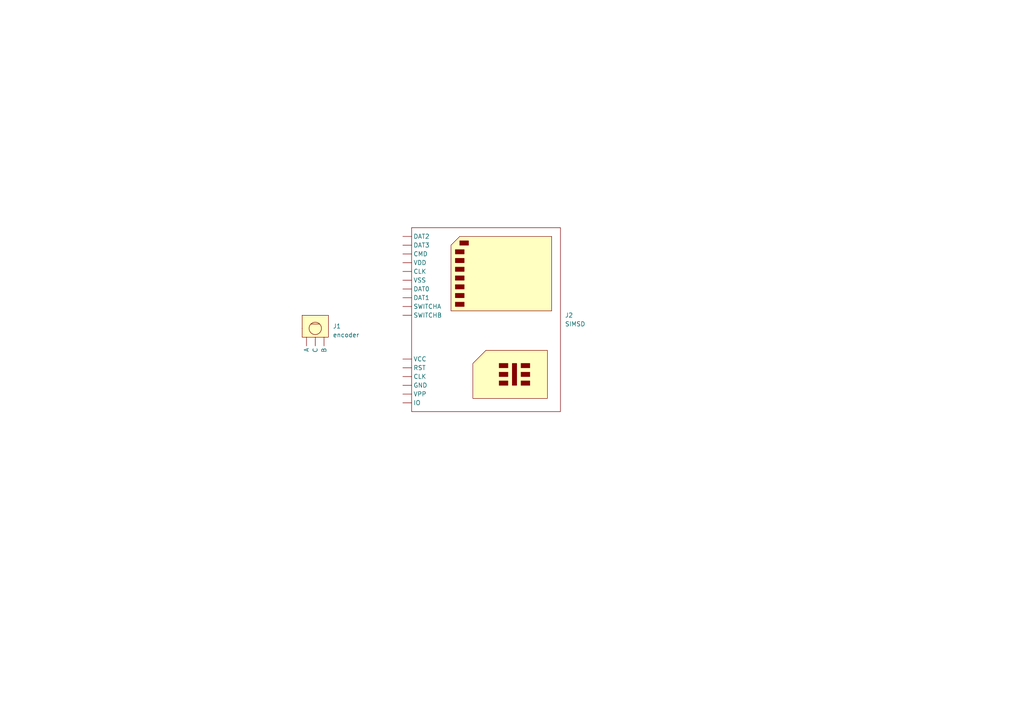
<source format=kicad_sch>
(kicad_sch (version 20250114) (generator "eeschema") (generator_version "9.0")
  (paper "A4")
  (lib_symbols
    (symbol "parts_b1_vohnouta24:SIMSD" (pin_numbers (hide yes))
      (property "Reference" "J" (at 17.78 7.62 0))
      (property "Value" "SIMSD" (at 19.05 5.08 0))
      (symbol "SIMSD_1_1"
        (rectangle (start -27.94 39.37) (end 15.24 -13.97))
        (rectangle (start -15.24 33.02) (end -12.7 31.75) (fill (type outline)))
        (rectangle (start -15.24 30.48) (end -12.7 29.21) (fill (type outline)))
        (rectangle (start -15.24 27.94) (end -12.7 26.67) (fill (type outline)))
        (rectangle (start -15.24 25.4) (end -12.7 24.13) (fill (type outline)))
        (rectangle (start -15.24 22.86) (end -12.7 21.59) (fill (type outline)))
        (rectangle (start -15.24 20.32) (end -12.7 19.05) (fill (type outline)))
        (rectangle (start -15.24 17.78) (end -12.7 16.51) (fill (type outline)))
        (rectangle (start -13.97 35.56) (end -11.43 34.29) (fill (type outline)))
        (rectangle (start -2.54 0) (end 0 -1.27) (fill (type outline)))
        (rectangle (start -2.54 -2.54) (end 0 -3.81) (fill (type outline)))
        (rectangle (start -2.54 -5.08) (end 0 -6.35) (fill (type outline)))
        (rectangle (start 1.27 0) (end 2.54 -6.35) (fill (type outline)))
        (rectangle (start 3.81 0) (end 6.35 -1.27) (fill (type outline)))
        (rectangle (start 3.81 -2.54) (end 6.35 -3.81) (fill (type outline)))
        (rectangle (start 3.81 -5.08) (end 6.35 -6.35) (fill (type outline)))
        (polyline (pts (xy 10.16 3.81) (xy -6.35 3.81) (xy -10.16 0) (xy -10.16 -10.16) (xy 11.43 -10.16) (xy 11.43 3.81) (xy 10.16 3.81)) (fill (type background)))
        (polyline (pts (xy 12.7 36.83) (xy -13.97 36.83) (xy -16.51 34.29) (xy -16.51 15.24) (xy 12.7 15.24) (xy 12.7 36.83)) (fill (type background)))
        (pin bidirectional line (at -30.48 36.83 0) (length 2.54) (name "DAT2") (number "1"))
        (pin bidirectional line (at -30.48 34.29 0) (length 2.54) (name "DAT3") (number "2"))
        (pin bidirectional line (at -30.48 31.75 0) (length 2.54) (name "CMD") (number "3"))
        (pin power_in line (at -30.48 29.21 0) (length 2.54) (name "VDD") (number "4"))
        (pin bidirectional line (at -30.48 26.67 0) (length 2.54) (name "CLK") (number "5"))
        (pin power_in line (at -30.48 24.13 0) (length 2.54) (name "VSS") (number "6"))
        (pin bidirectional line (at -30.48 21.59 0) (length 2.54) (name "DAT0") (number "7"))
        (pin bidirectional line (at -30.48 19.05 0) (length 2.54) (name "DAT1") (number "8"))
        (pin passive line (at -30.48 16.51 0) (length 2.54) (name "SWITCHA") (number "9"))
        (pin passive line (at -30.48 13.97 0) (length 2.54) (name "SWITCHB") (number "10"))
        (pin power_in line (at -30.48 1.27 0) (length 2.54) (name "VCC") (number "11"))
        (pin bidirectional line (at -30.48 -1.27 0) (length 2.54) (name "RST") (number "12"))
        (pin bidirectional line (at -30.48 -3.81 0) (length 2.54) (name "CLK") (number "13"))
        (pin power_in line (at -30.48 -6.35 0) (length 2.54) (name "GND") (number "14"))
        (pin bidirectional line (at -30.48 -8.89 0) (length 2.54) (name "VPP") (number "15"))
        (pin bidirectional line (at -30.48 -11.43 0) (length 2.54) (name "IO") (number "16"))
      )
    )
    (symbol "parts_b1_vohnouta24:encoder" (pin_numbers (hide yes))
      (property "Reference" "J" (at 11.43 5.08 0))
      (property "Value" "encoder" (at 13.97 3.81 0))
      (symbol "encoder_0_1"
        (rectangle (start 1.27 2.54) (end 1.27 2.54))
        (rectangle (start 1.27 2.54) (end 1.27 2.54))
        (polyline (pts (xy 3.81 3.81) (xy 6.35 3.81)))
      )
      (symbol "encoder_1_1"
        (rectangle (start 1.27 6.35) (end 8.89 0) (fill (type background)))
        (circle (center 5.08 2.54) (radius 1.7961))
        (pin passive line (at 2.54 0 270) (length 2.54) (name "A") (number "1"))
        (pin passive line (at 5.08 0 270) (length 2.54) (name "C") (number "3"))
        (pin passive line (at 7.62 0 270) (length 2.54) (name "B") (number "2"))
      )
    )
  )
  (symbol (lib_id "parts_b1_vohnouta24:SIMSD") (at 147.32 105.41 0) (unit 1)
    (property "Reference" "J2" (at 163.83 91.4399 0) (effects (justify left)))
    (property "Value" "SIMSD" (at 163.83 93.9799 0) (effects (justify left)))
    (property "Footprint" "parts_b1_vohnouta24:SIMSD" (effects (hide yes)))
  )
  (symbol (lib_id "parts_b1_vohnouta24:encoder") (at 86.36 97.79 0) (unit 1)
    (property "Reference" "J1" (at 96.52 94.6149 0) (effects (justify left)))
    (property "Value" "encoder" (at 96.52 97.1549 0) (effects (justify left)))
    (property "Footprint" "parts_b1_vohnouta24:encoder" (effects (hide yes)))
  )
)
</source>
